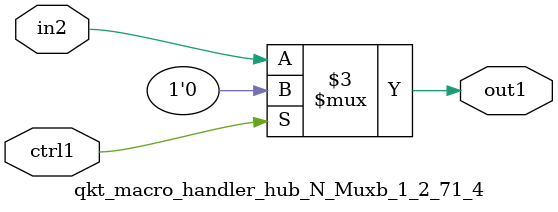
<source format=v>

`timescale 1ps / 1ps


module qkt_macro_handler_hub_N_Muxb_1_2_71_4( in2, ctrl1, out1 );

    input in2;
    input ctrl1;
    output out1;
    reg out1;

    
    // rtl_process:qkt_macro_handler_hub_N_Muxb_1_2_71_4/qkt_macro_handler_hub_N_Muxb_1_2_71_4_thread_1
    always @*
      begin : qkt_macro_handler_hub_N_Muxb_1_2_71_4_thread_1
        case (ctrl1) 
          1'b1: 
            begin
              out1 = 1'b0;
            end
          default: 
            begin
              out1 = in2;
            end
        endcase
      end

endmodule





</source>
